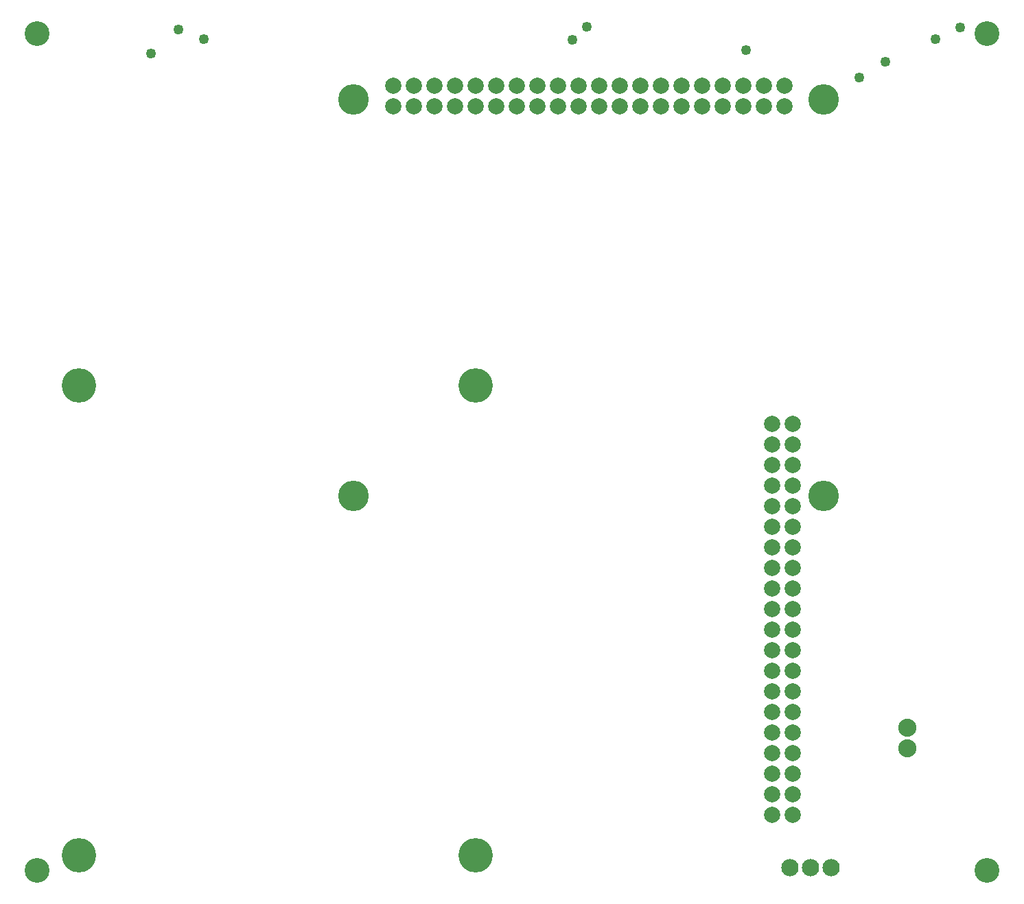
<source format=gts>
G04 MADE WITH FRITZING*
G04 WWW.FRITZING.ORG*
G04 DOUBLE SIDED*
G04 HOLES PLATED*
G04 CONTOUR ON CENTER OF CONTOUR VECTOR*
%ASAXBY*%
%FSLAX23Y23*%
%MOIN*%
%OFA0B0*%
%SFA1.0B1.0*%
%ADD10C,0.049370*%
%ADD11C,0.166772*%
%ADD12C,0.078889*%
%ADD13C,0.120236*%
%ADD14C,0.148425*%
%ADD15C,0.084000*%
%ADD16C,0.088000*%
%LNMASK1*%
G90*
G70*
G54D10*
X898Y4124D03*
X2687Y4122D03*
X774Y4172D03*
X2756Y4183D03*
X4572Y4181D03*
X4452Y4125D03*
X3532Y4071D03*
X4206Y4015D03*
X4082Y3938D03*
X640Y4056D03*
G54D11*
X2219Y2441D03*
X2219Y157D03*
X290Y157D03*
X290Y2441D03*
X2219Y2441D03*
X2219Y157D03*
X290Y157D03*
X290Y2441D03*
G54D12*
X3656Y356D03*
X3656Y456D03*
X3656Y556D03*
X3656Y656D03*
X3656Y756D03*
X3656Y856D03*
X3656Y956D03*
X3656Y1056D03*
X3656Y1156D03*
X3656Y1256D03*
X3656Y1356D03*
X3656Y1456D03*
X3656Y1556D03*
X3656Y1656D03*
X3656Y1756D03*
X3656Y1856D03*
X3656Y1956D03*
X3656Y2056D03*
X3656Y2156D03*
X3656Y2256D03*
X3756Y2256D03*
X3756Y2156D03*
X3756Y2056D03*
X3756Y1956D03*
X3756Y1856D03*
X3756Y1756D03*
X3756Y1656D03*
X3756Y1556D03*
X3756Y1456D03*
X3756Y1356D03*
X3756Y1256D03*
X3756Y1156D03*
X3756Y1056D03*
X3756Y956D03*
X3756Y856D03*
X3756Y756D03*
X3756Y656D03*
X3756Y556D03*
X3756Y456D03*
X3756Y356D03*
X3656Y356D03*
X3656Y456D03*
X3656Y556D03*
X3656Y656D03*
X3656Y756D03*
X3656Y856D03*
X3656Y956D03*
X3656Y1056D03*
X3656Y1156D03*
X3656Y1256D03*
X3656Y1356D03*
X3656Y1456D03*
X3656Y1556D03*
X3656Y1656D03*
X3656Y1756D03*
X3656Y1856D03*
X3656Y1956D03*
X3656Y2056D03*
X3656Y2156D03*
X3656Y2256D03*
X3756Y2256D03*
X3756Y2156D03*
X3756Y2056D03*
X3756Y1956D03*
X3756Y1856D03*
X3756Y1756D03*
X3756Y1656D03*
X3756Y1556D03*
X3756Y1456D03*
X3756Y1356D03*
X3756Y1256D03*
X3756Y1156D03*
X3756Y1056D03*
X3756Y956D03*
X3756Y856D03*
X3756Y756D03*
X3756Y656D03*
X3756Y556D03*
X3756Y456D03*
X3756Y356D03*
G54D13*
X4702Y86D03*
X4702Y4150D03*
X86Y4150D03*
X86Y86D03*
X4702Y86D03*
G54D12*
X1817Y3798D03*
X1916Y3798D03*
X2017Y3798D03*
X2116Y3798D03*
X2217Y3798D03*
X2317Y3798D03*
X2416Y3798D03*
X2517Y3798D03*
X2616Y3798D03*
X2717Y3798D03*
X2817Y3798D03*
X2917Y3798D03*
X3017Y3798D03*
X3116Y3798D03*
X3217Y3798D03*
X3317Y3798D03*
X3417Y3798D03*
X3517Y3798D03*
X3616Y3798D03*
X3717Y3798D03*
X3717Y3898D03*
X3616Y3898D03*
X3517Y3898D03*
X3417Y3898D03*
X3317Y3898D03*
X3217Y3898D03*
X3116Y3898D03*
X3017Y3898D03*
X2917Y3898D03*
X2817Y3898D03*
X2717Y3898D03*
X2616Y3898D03*
X2517Y3898D03*
X2416Y3898D03*
X2317Y3898D03*
X2217Y3898D03*
X2116Y3898D03*
X2017Y3898D03*
X1916Y3898D03*
X1817Y3898D03*
G54D14*
X3908Y3832D03*
X1625Y3832D03*
X1625Y1903D03*
X3908Y1903D03*
G54D15*
X3745Y99D03*
X3845Y99D03*
X3945Y99D03*
X3745Y99D03*
X3845Y99D03*
X3945Y99D03*
G54D16*
X4314Y778D03*
X4314Y678D03*
G04 End of Mask1*
M02*
</source>
